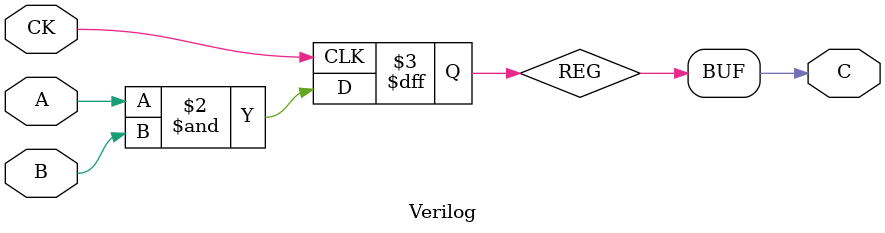
<source format=v>
module Verilog(input wire CK, A, B, output wire C);
   reg REG;
   always @(posedge CK)
     REG<=A&B;
   assign C=REG;
endmodule
   

</source>
